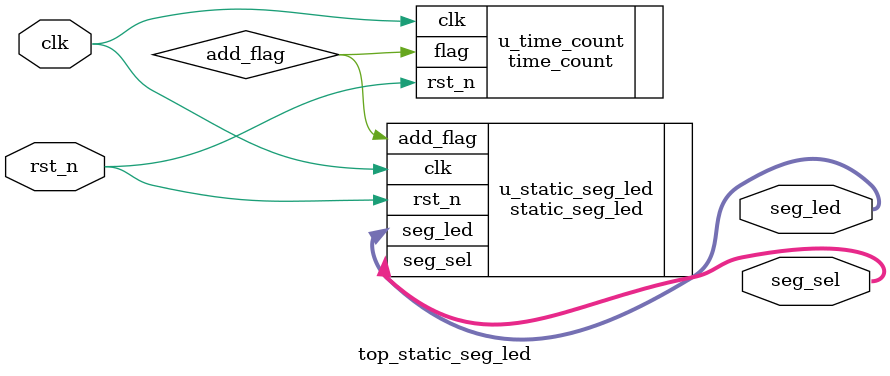
<source format=v>
`timescale 1ns / 1ps


module top_static_seg_led(
    input          clk    ,
    input          rst_n  ,

    output [5 : 0] seg_sel,
    output [7 : 0] seg_led
    );

parameter TIME_SHOW = 25'd25000000;

wire add_flag;

static_seg_led u_static_seg_led (
    .clk        (clk)     ,
    .rst_n      (rst_n)   ,
    .add_flag   (add_flag),
    .seg_sel    (seg_sel) ,
    .seg_led    (seg_led)
);

time_count #(.MAX_COUNT(TIME_SHOW)) u_time_count (
    .clk        (clk)     ,
    .rst_n      (rst_n)   ,
    .flag       (add_flag)
);

endmodule

</source>
